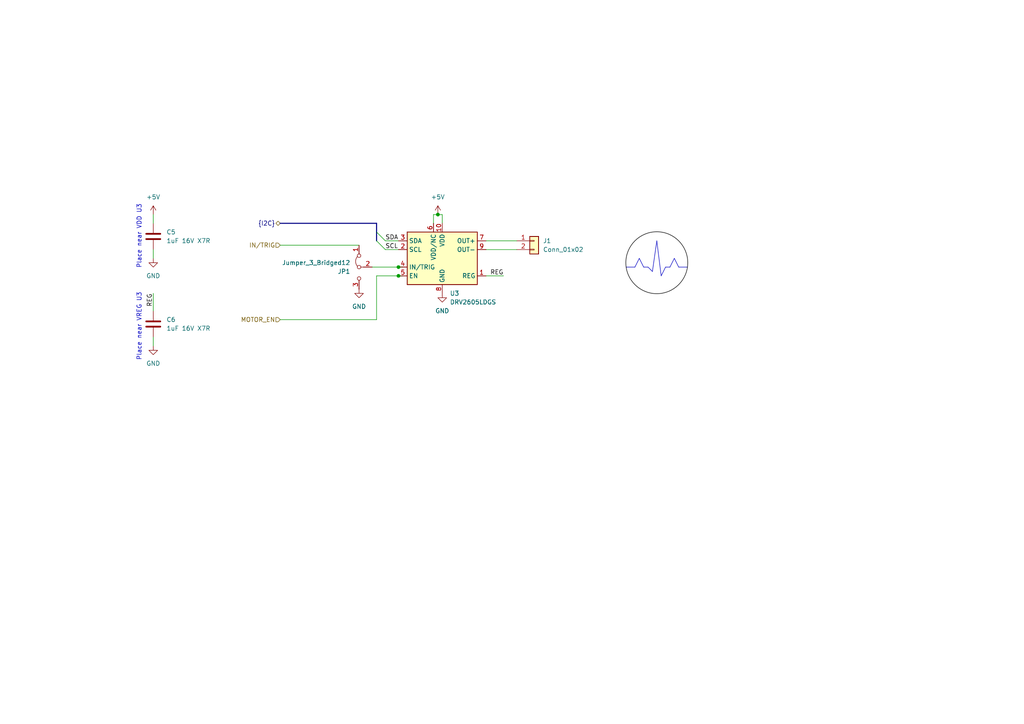
<source format=kicad_sch>
(kicad_sch (version 20231120) (generator "eeschema") (generator_version "8.0")
  (paper "A4")
  (lib_symbols
    (symbol "Connector_Generic:Conn_01x02" (pin_names (offset 1.016) hide)
      (property "Reference" "J" (at 0 2.54 0))
      (property "Value" "Conn_01x02" (at 0 -5.08 0))
      (symbol "Conn_01x02_1_1"
        (rectangle (start -1.27 -2.413) (end 0 -2.667) (stroke (width 0.1524)))
        (rectangle (start -1.27 0.127) (end 0 -0.127) (stroke (width 0.1524)))
        (rectangle (start -1.27 1.27) (end 1.27 -3.81) (stroke (width 0.254)) (fill (type background)))
        (pin passive line (at -5.08 0 0) (length 3.81) (name "Pin_1") (number "1"))
        (pin passive line (at -5.08 -2.54 0) (length 3.81) (name "Pin_2") (number "2"))
      )
    )
    (symbol "Device:C" (pin_numbers hide) (pin_names (offset 0.254))
      (property "Reference" "C" (at 0.635 2.54 0))
      (property "Value" "C" (at 0.635 -2.54 0))
      (symbol "C_0_1"
        (polyline (pts (xy -2.032 -0.762) (xy 2.032 -0.762)) (stroke (width 0.508)))
        (polyline (pts (xy -2.032 0.762) (xy 2.032 0.762)) (stroke (width 0.508)))
      )
      (symbol "C_1_1"
        (pin passive line (at 0 3.81 270) (length 2.794) (name "~") (number "1"))
        (pin passive line (at 0 -3.81 90) (length 2.794) (name "~") (number "2"))
      )
    )
    (symbol "Driver_Haptic:DRV2605LDGS"
      (property "Reference" "U" (at -10.16 8.255 0))
      (property "Value" "DRV2605LDGS" (at 2.54 -8.89 0))
      (symbol "DRV2605LDGS_0_1"
        (rectangle (start -10.16 7.62) (end 10.16 -7.62) (stroke (width 0.254)) (fill (type background)))
      )
      (symbol "DRV2605LDGS_1_1"
        (pin passive line (at 12.7 -5.08 180) (length 2.54) (name "REG") (number "1"))
        (pin power_in line (at 0 10.16 270) (length 2.54) (name "VDD") (number "10"))
        (pin input line (at -12.7 2.54 0) (length 2.54) (name "SCL") (number "2"))
        (pin bidirectional line (at -12.7 5.08 0) (length 2.54) (name "SDA") (number "3"))
        (pin input line (at -12.7 -2.54 0) (length 2.54) (name "IN/TRIG") (number "4"))
        (pin input line (at -12.7 -5.08 0) (length 2.54) (name "EN") (number "5"))
        (pin power_in line (at -2.54 10.16 270) (length 2.54) (name "VDD/NC") (number "6"))
        (pin output line (at 12.7 5.08 180) (length 2.54) (name "OUT+") (number "7"))
        (pin power_in line (at 0 -10.16 90) (length 2.54) (name "GND") (number "8"))
        (pin output line (at 12.7 2.54 180) (length 2.54) (name "OUT-") (number "9"))
      )
    )
    (symbol "Jumper:Jumper_3_Bridged12" (pin_names (offset 0) hide) (exclude_from_sim yes) (in_bom no)
      (property "Reference" "JP" (at -2.54 -2.54 0))
      (property "Value" "Jumper_3_Bridged12" (at 0 2.794 0))
      (symbol "Jumper_3_Bridged12_0_0"
        (circle (center -3.302 0) (radius 0.508))
        (circle (center 0 0) (radius 0.508))
        (circle (center 3.302 0) (radius 0.508))
      )
      (symbol "Jumper_3_Bridged12_0_1"
        (arc (start -0.254 0.508) (mid -1.651 0.9912) (end -3.048 0.508))
        (polyline (pts (xy 0 -1.27) (xy 0 -0.508)))
      )
      (symbol "Jumper_3_Bridged12_1_1"
        (pin passive line (at -6.35 0 0) (length 2.54) (name "A") (number "1"))
        (pin passive line (at 0 -3.81 90) (length 2.54) (name "C") (number "2"))
        (pin passive line (at 6.35 0 180) (length 2.54) (name "B") (number "3"))
      )
    )
    (symbol "power:+5V" (power) (pin_numbers hide) (pin_names (offset 0) hide)
      (property "Value" "+5V" (at 0 3.556 0))
      (symbol "+5V_0_1"
        (polyline (pts (xy -0.762 1.27) (xy 0 2.54)))
        (polyline (pts (xy 0 0) (xy 0 2.54)))
        (polyline (pts (xy 0 2.54) (xy 0.762 1.27)))
      )
      (symbol "+5V_1_1"
        (pin power_in line (at 0 0 90) (length 0) (name "~") (number "1"))
      )
    )
    (symbol "power:GND" (power) (pin_numbers hide) (pin_names (offset 0) hide)
      (property "Value" "GND" (at 0 -3.81 0))
      (symbol "GND_0_1"
        (polyline (pts (xy 0 0) (xy 0 -1.27) (xy 1.27 -1.27) (xy 0 -2.54) (xy -1.27 -1.27) (xy 0 -1.27)))
      )
      (symbol "GND_1_1"
        (pin power_in line (at 0 0 270) (length 0) (name "~") (number "1"))
      )
    )
  )
  (junction (at 127 62.23))
  (junction (at 115.57 77.47))
  (junction (at 115.57 80.01))
  (bus_entry (at 109.22 69.85) (size 2.54 2.54))
  (bus_entry (at 109.22 67.31) (size 2.54 2.54))
  (bus (pts (xy 109.22 67.31) (xy 109.22 64.77)))
  (wire (pts (xy 149.86 72.39) (xy 140.97 72.39)))
  (polyline (pts (xy 186.69 77.47) (xy 185.42 74.93)))
  (wire (pts (xy 109.22 80.01) (xy 109.22 92.71)))
  (wire (pts (xy 109.22 92.71) (xy 81.28 92.71)))
  (polyline (pts (xy 189.23 78.74) (xy 190.5 69.85)))
  (wire (pts (xy 116.84 80.01) (xy 115.57 80.01)))
  (wire (pts (xy 107.95 77.47) (xy 115.57 77.47)))
  (wire (pts (xy 44.45 74.93) (xy 44.45 72.39)))
  (wire (pts (xy 111.76 69.85) (xy 115.57 69.85)))
  (wire (pts (xy 125.73 62.23) (xy 127 62.23)))
  (bus (pts (xy 109.22 67.31) (xy 109.22 69.85)))
  (polyline (pts (xy 187.96 77.47) (xy 189.23 78.74)))
  (polyline (pts (xy 194.31 77.47) (xy 195.58 74.93)))
  (wire (pts (xy 128.27 62.23) (xy 127 62.23)))
  (polyline (pts (xy 195.58 74.93) (xy 196.85 77.47)))
  (wire (pts (xy 116.84 77.47) (xy 115.57 77.47)))
  (wire (pts (xy 140.97 80.01) (xy 146.05 80.01)))
  (wire (pts (xy 109.22 80.01) (xy 115.57 80.01)))
  (wire (pts (xy 44.45 100.33) (xy 44.45 97.79)))
  (wire (pts (xy 111.76 72.39) (xy 115.57 72.39)))
  (wire (pts (xy 128.27 64.77) (xy 128.27 62.23)))
  (wire (pts (xy 81.28 71.12) (xy 104.14 71.12)))
  (polyline (pts (xy 196.85 77.47) (xy 199.39 77.47)))
  (polyline (pts (xy 185.42 74.93) (xy 184.15 77.47)))
  (polyline (pts (xy 186.69 77.47) (xy 187.96 77.47)))
  (wire (pts (xy 149.86 69.85) (xy 140.97 69.85)))
  (polyline (pts (xy 193.04 77.47) (xy 194.31 77.47)))
  (polyline (pts (xy 190.5 69.85) (xy 191.77 80.01)))
  (wire (pts (xy 125.73 64.77) (xy 125.73 62.23)))
  (polyline (pts (xy 181.61 77.47) (xy 184.15 77.47)))
  (wire (pts (xy 44.45 85.09) (xy 44.45 90.17)))
  (bus (pts (xy 109.22 64.77) (xy 81.28 64.77)))
  (polyline (pts (xy 191.77 80.01) (xy 193.04 77.47)))
  (wire (pts (xy 44.45 62.23) (xy 44.45 64.77)))
  (circle (center 190.5 76.2) (radius 8.9803) (stroke (width 0) (color 0 0 0 1)))
  (text "Place near VREG U3" (at 40.386 94.742 90) (effects (font (size 1.27 1.27))))
  (text "Place near VDD U3" (at 40.386 68.58 90) (effects (font (size 1.27 1.27))))
  (label "SDA" (at 111.76 69.85 0))
  (label "REG" (at 44.45 85.09 270))
  (label "REG" (at 146.05 80.01 180))
  (label "SCL" (at 111.76 72.39 0))
  (hierarchical_label "MOTOR_EN" (shape input) (at 81.28 92.71 180))
  (hierarchical_label "IN{slash}TRIG" (shape input) (at 81.28 71.12 180))
  (hierarchical_label "{I2C}" (shape bidirectional) (at 81.28 64.77 180))
  (symbol (lib_id "power:+5V") (at 44.45 62.23 0) (unit 1)
    (property "Reference" "#PWR013" (effects (hide yes)))
    (property "Value" "+5V" (at 44.45 57.15 0))
    (property "Description" "Power symbol creates a global label with name \"+5V\"" (effects (hide yes)))
  )
  (symbol (lib_id "Jumper:Jumper_3_Bridged12") (at 104.14 77.47 90) (mirror x) (unit 1) (exclude_from_sim yes) (in_bom no)
    (property "Reference" "JP1" (at 101.6 78.7401 90) (effects (justify left)))
    (property "Value" "Jumper_3_Bridged12" (at 101.6 76.2001 90) (effects (justify left)))
    (property "Footprint" "Jumper:SolderJumper-3_P1.3mm_Bridged12_RoundedPad1.0x1.5mm" (effects (hide yes)))
    (property "Description" "Jumper, 3-pole, pins 1+2 closed/bridged" (effects (hide yes)))
  )
  (symbol (lib_id "power:GND") (at 104.14 83.82 0) (unit 1)
    (property "Reference" "#PWR016" (effects (hide yes)))
    (property "Value" "GND" (at 104.14 88.9 0))
    (property "Description" "Power symbol creates a global label with name \"GND\" , ground" (effects (hide yes)))
  )
  (symbol (lib_id "Connector_Generic:Conn_01x02") (at 154.94 69.85 0) (unit 1)
    (property "Reference" "J1" (at 157.48 69.8499 0) (effects (justify left)))
    (property "Value" "Conn_01x02" (at 157.48 72.3899 0) (effects (justify left)))
    (property "Footprint" "TestPoint:TestPoint_2Pads_Pitch2.54mm_Drill0.8mm" (effects (hide yes)))
    (property "Description" "Generic connector, single row, 01x02, script generated (kicad-library-utils/schlib/autogen/connector/)" (effects (hide yes)))
  )
  (symbol (lib_id "Device:C") (at 44.45 68.58 0) (unit 1)
    (property "Reference" "C5" (at 48.26 67.3099 0) (effects (justify left)))
    (property "Value" "1uF 16V X7R" (at 48.26 69.8499 0) (effects (justify left)))
    (property "Footprint" "Capacitor_SMD:C_0603_1608Metric" (effects (hide yes)))
    (property "Datasheet" "https://www.mouser.ca/datasheet/2/210/WTC_MLCC_General_Purpose-1534899.pdf" (effects (hide yes)))
    (property "Description" "Unpolarized capacitor" (effects (hide yes)))
  )
  (symbol (lib_id "power:+5V") (at 127 62.23 0) (unit 1)
    (property "Reference" "#PWR014" (effects (hide yes)))
    (property "Value" "+5V" (at 127 57.15 0))
    (property "Description" "Power symbol creates a global label with name \"+5V\"" (effects (hide yes)))
  )
  (symbol (lib_id "Driver_Haptic:DRV2605LDGS") (at 128.27 74.93 0) (unit 1)
    (property "Reference" "U3" (at 130.4641 85.09 0) (effects (justify left)))
    (property "Value" "DRV2605LDGS" (at 130.4641 87.63 0) (effects (justify left)))
    (property "Footprint" "Package_SO:VSSOP-10_3x3mm_P0.5mm" (effects (hide yes)))
    (property "Datasheet" "http://www.ti.com/lit/ds/symlink/drv2605l.pdf" (effects (hide yes)))
    (property "Description" "Haptic driver for LRAs and ERMs with effect library, 2-5.2V, VSSOP-10" (effects (hide yes)))
  )
  (symbol (lib_id "Device:C") (at 44.45 93.98 0) (unit 1)
    (property "Reference" "C6" (at 48.26 92.7099 0) (effects (justify left)))
    (property "Value" "1uF 16V X7R" (at 48.26 95.2499 0) (effects (justify left)))
    (property "Footprint" "Capacitor_SMD:C_0603_1608Metric" (effects (hide yes)))
    (property "Datasheet" "https://www.mouser.ca/datasheet/2/210/WTC_MLCC_General_Purpose-1534899.pdf" (effects (hide yes)))
    (property "Description" "Unpolarized capacitor" (effects (hide yes)))
  )
  (symbol (lib_id "power:GND") (at 44.45 100.33 0) (unit 1)
    (property "Reference" "#PWR018" (effects (hide yes)))
    (property "Value" "GND" (at 44.45 105.41 0))
    (property "Description" "Power symbol creates a global label with name \"GND\" , ground" (effects (hide yes)))
  )
  (symbol (lib_id "power:GND") (at 44.45 74.93 0) (unit 1)
    (property "Reference" "#PWR015" (effects (hide yes)))
    (property "Value" "GND" (at 44.45 80.01 0))
    (property "Description" "Power symbol creates a global label with name \"GND\" , ground" (effects (hide yes)))
  )
  (symbol (lib_id "power:GND") (at 128.27 85.09 0) (unit 1)
    (property "Reference" "#PWR017" (effects (hide yes)))
    (property "Value" "GND" (at 128.27 90.17 0))
    (property "Description" "Power symbol creates a global label with name \"GND\" , ground" (effects (hide yes)))
  )
)
</source>
